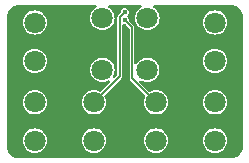
<source format=gbr>
%TF.GenerationSoftware,KiCad,Pcbnew,8.0.1-8.0.1-1~ubuntu22.04.1*%
%TF.CreationDate,2024-03-30T15:46:17+00:00*%
%TF.ProjectId,DRY_ELECTRODES,4452595f-454c-4454-9354-524f4445532e,1.0*%
%TF.SameCoordinates,Original*%
%TF.FileFunction,Copper,L3,Inr*%
%TF.FilePolarity,Positive*%
%FSLAX46Y46*%
G04 Gerber Fmt 4.6, Leading zero omitted, Abs format (unit mm)*
G04 Created by KiCad (PCBNEW 8.0.1-8.0.1-1~ubuntu22.04.1) date 2024-03-30 15:46:17*
%MOMM*%
%LPD*%
G01*
G04 APERTURE LIST*
%TA.AperFunction,ComponentPad*%
%ADD10C,1.800000*%
%TD*%
%TA.AperFunction,ViaPad*%
%ADD11C,0.400000*%
%TD*%
%TA.AperFunction,Conductor*%
%ADD12C,0.152400*%
%TD*%
G04 APERTURE END LIST*
D10*
%TO.N,/in4-*%
%TO.C,J20*%
X27375000Y-33750000D03*
%TD*%
%TO.N,/in7-*%
%TO.C,J23*%
X37625000Y-27000000D03*
%TD*%
%TO.N,/in6+*%
%TO.C,J30*%
X31900000Y-31000000D03*
%TD*%
%TO.N,/in3+*%
%TO.C,J27*%
X28100000Y-31000000D03*
%TD*%
%TO.N,/in1+*%
%TO.C,J25*%
X22375000Y-33750000D03*
%TD*%
%TO.N,/in7+*%
%TO.C,J31*%
X37625000Y-37000000D03*
%TD*%
%TO.N,/in5+*%
%TO.C,J29*%
X32625000Y-37000000D03*
%TD*%
%TO.N,/in8+*%
%TO.C,J32*%
X37625000Y-33750000D03*
%TD*%
%TO.N,/in2-*%
%TO.C,J18*%
X22375000Y-27000000D03*
%TD*%
%TO.N,/in6-*%
%TO.C,J22*%
X31905000Y-26625000D03*
%TD*%
%TO.N,/in3-*%
%TO.C,J19*%
X28095000Y-26625000D03*
%TD*%
%TO.N,/in5-*%
%TO.C,J21*%
X32625000Y-33750000D03*
%TD*%
%TO.N,/in2+*%
%TO.C,J26*%
X22375000Y-37000000D03*
%TD*%
%TO.N,/in1-*%
%TO.C,J17*%
X22375000Y-30250000D03*
%TD*%
%TO.N,/in4+*%
%TO.C,J28*%
X27375000Y-37000000D03*
%TD*%
%TO.N,/in8-*%
%TO.C,J24*%
X37625000Y-30250000D03*
%TD*%
D11*
%TO.N,/in4-*%
X30000000Y-26125000D03*
%TO.N,/in5-*%
X30000000Y-26800000D03*
%TO.N,GND*%
X35125000Y-35375000D03*
X24875000Y-35375000D03*
%TD*%
D12*
%TO.N,/in4-*%
X30000000Y-26125000D02*
X29573800Y-26551200D01*
X29573800Y-26551200D02*
X29573800Y-31551200D01*
X29573800Y-31551200D02*
X27375000Y-33750000D01*
%TO.N,/in5-*%
X30600000Y-27400000D02*
X30600000Y-31725000D01*
X30600000Y-31725000D02*
X32625000Y-33750000D01*
X30000000Y-26800000D02*
X30600000Y-27400000D01*
%TD*%
%TA.AperFunction,Conductor*%
%TO.N,GND*%
G36*
X27572392Y-25530185D02*
G01*
X27618147Y-25582989D01*
X27628091Y-25652147D01*
X27599066Y-25715703D01*
X27563807Y-25743857D01*
X27527461Y-25763285D01*
X27521387Y-25766532D01*
X27364931Y-25894931D01*
X27236531Y-26051387D01*
X27236527Y-26051394D01*
X27141123Y-26229882D01*
X27141122Y-26229885D01*
X27141121Y-26229887D01*
X27141120Y-26229890D01*
X27128974Y-26269931D01*
X27082366Y-26423576D01*
X27062528Y-26625000D01*
X27082366Y-26826423D01*
X27082367Y-26826425D01*
X27141120Y-27020110D01*
X27141121Y-27020113D01*
X27141122Y-27020114D01*
X27141123Y-27020117D01*
X27236527Y-27198605D01*
X27236531Y-27198612D01*
X27364931Y-27355068D01*
X27521387Y-27483468D01*
X27521394Y-27483472D01*
X27699882Y-27578876D01*
X27699883Y-27578876D01*
X27699890Y-27578880D01*
X27893575Y-27637633D01*
X27893574Y-27637633D01*
X27911634Y-27639411D01*
X28095000Y-27657472D01*
X28296425Y-27637633D01*
X28490110Y-27578880D01*
X28668611Y-27483469D01*
X28825068Y-27355068D01*
X28953469Y-27198611D01*
X29048880Y-27020110D01*
X29107633Y-26826425D01*
X29122697Y-26673479D01*
X29142800Y-26623694D01*
X29127123Y-26599300D01*
X29122697Y-26576519D01*
X29111467Y-26462500D01*
X29107633Y-26423575D01*
X29048880Y-26229890D01*
X29047515Y-26227336D01*
X28953472Y-26051394D01*
X28953468Y-26051387D01*
X28825068Y-25894931D01*
X28688360Y-25782739D01*
X28668611Y-25766531D01*
X28626193Y-25743858D01*
X28576350Y-25694896D01*
X28560889Y-25626759D01*
X28584720Y-25561079D01*
X28640278Y-25518710D01*
X28684647Y-25510500D01*
X31315353Y-25510500D01*
X31382392Y-25530185D01*
X31428147Y-25582989D01*
X31438091Y-25652147D01*
X31409066Y-25715703D01*
X31373807Y-25743857D01*
X31337461Y-25763285D01*
X31331387Y-25766532D01*
X31174931Y-25894931D01*
X31046531Y-26051387D01*
X31046527Y-26051394D01*
X30951123Y-26229882D01*
X30951122Y-26229885D01*
X30951121Y-26229887D01*
X30951120Y-26229890D01*
X30938974Y-26269931D01*
X30892366Y-26423576D01*
X30872528Y-26625000D01*
X30892366Y-26826423D01*
X30892367Y-26826425D01*
X30951120Y-27020110D01*
X30951121Y-27020113D01*
X30951122Y-27020114D01*
X30951123Y-27020117D01*
X31046527Y-27198605D01*
X31046531Y-27198612D01*
X31174931Y-27355068D01*
X31331387Y-27483468D01*
X31331394Y-27483472D01*
X31509882Y-27578876D01*
X31509883Y-27578876D01*
X31509890Y-27578880D01*
X31703575Y-27637633D01*
X31703574Y-27637633D01*
X31721634Y-27639411D01*
X31905000Y-27657472D01*
X32106425Y-27637633D01*
X32300110Y-27578880D01*
X32478611Y-27483469D01*
X32635068Y-27355068D01*
X32763469Y-27198611D01*
X32858880Y-27020110D01*
X32864980Y-27000000D01*
X36592528Y-27000000D01*
X36612366Y-27201423D01*
X36612367Y-27201425D01*
X36671120Y-27395110D01*
X36671121Y-27395113D01*
X36671122Y-27395114D01*
X36671123Y-27395117D01*
X36766527Y-27573605D01*
X36766531Y-27573612D01*
X36894931Y-27730068D01*
X37051387Y-27858468D01*
X37051394Y-27858472D01*
X37229882Y-27953876D01*
X37229883Y-27953876D01*
X37229890Y-27953880D01*
X37423575Y-28012633D01*
X37423574Y-28012633D01*
X37441634Y-28014411D01*
X37625000Y-28032472D01*
X37826425Y-28012633D01*
X38020110Y-27953880D01*
X38198611Y-27858469D01*
X38355068Y-27730068D01*
X38483469Y-27573611D01*
X38578880Y-27395110D01*
X38637633Y-27201425D01*
X38657472Y-27000000D01*
X38637633Y-26798575D01*
X38578880Y-26604890D01*
X38571677Y-26591414D01*
X38483472Y-26426394D01*
X38483468Y-26426387D01*
X38355068Y-26269931D01*
X38198612Y-26141531D01*
X38198605Y-26141527D01*
X38020117Y-26046123D01*
X38020114Y-26046122D01*
X38020113Y-26046121D01*
X38020110Y-26046120D01*
X37826425Y-25987367D01*
X37826423Y-25987366D01*
X37826425Y-25987366D01*
X37625000Y-25967528D01*
X37423576Y-25987366D01*
X37331356Y-26015341D01*
X37229890Y-26046120D01*
X37229887Y-26046121D01*
X37229885Y-26046122D01*
X37229882Y-26046123D01*
X37051394Y-26141527D01*
X37051387Y-26141531D01*
X36894931Y-26269931D01*
X36766531Y-26426387D01*
X36766527Y-26426394D01*
X36671123Y-26604882D01*
X36671122Y-26604885D01*
X36612366Y-26798576D01*
X36592528Y-27000000D01*
X32864980Y-27000000D01*
X32917633Y-26826425D01*
X32937472Y-26625000D01*
X32917633Y-26423575D01*
X32858880Y-26229890D01*
X32857515Y-26227336D01*
X32763472Y-26051394D01*
X32763468Y-26051387D01*
X32635068Y-25894931D01*
X32498360Y-25782739D01*
X32478611Y-25766531D01*
X32436193Y-25743858D01*
X32386350Y-25694896D01*
X32370889Y-25626759D01*
X32394720Y-25561079D01*
X32450278Y-25518710D01*
X32494647Y-25510500D01*
X38994588Y-25510500D01*
X39005394Y-25510971D01*
X39161019Y-25524587D01*
X39182297Y-25528338D01*
X39327951Y-25567366D01*
X39348261Y-25574759D01*
X39484915Y-25638482D01*
X39503633Y-25649289D01*
X39627154Y-25735779D01*
X39643712Y-25749673D01*
X39750326Y-25856287D01*
X39764220Y-25872845D01*
X39850710Y-25996366D01*
X39861517Y-26015084D01*
X39925240Y-26151738D01*
X39932633Y-26172049D01*
X39971659Y-26317696D01*
X39975412Y-26338982D01*
X39989028Y-26494604D01*
X39989500Y-26505412D01*
X39989500Y-37494587D01*
X39989028Y-37505395D01*
X39975412Y-37661017D01*
X39971659Y-37682303D01*
X39932633Y-37827950D01*
X39925240Y-37848261D01*
X39861517Y-37984915D01*
X39850710Y-38003633D01*
X39764220Y-38127154D01*
X39750326Y-38143712D01*
X39643712Y-38250326D01*
X39627154Y-38264220D01*
X39503633Y-38350710D01*
X39484915Y-38361517D01*
X39348261Y-38425240D01*
X39327950Y-38432633D01*
X39182303Y-38471659D01*
X39161017Y-38475412D01*
X39027247Y-38487116D01*
X39005393Y-38489028D01*
X38994588Y-38489500D01*
X21005412Y-38489500D01*
X20994606Y-38489028D01*
X20969584Y-38486838D01*
X20838982Y-38475412D01*
X20817696Y-38471659D01*
X20672049Y-38432633D01*
X20651738Y-38425240D01*
X20515084Y-38361517D01*
X20496366Y-38350710D01*
X20372845Y-38264220D01*
X20356287Y-38250326D01*
X20249673Y-38143712D01*
X20235779Y-38127154D01*
X20149289Y-38003633D01*
X20138482Y-37984915D01*
X20074759Y-37848261D01*
X20067366Y-37827950D01*
X20028338Y-37682297D01*
X20024587Y-37661016D01*
X20010972Y-37505394D01*
X20010500Y-37494587D01*
X20010500Y-37000000D01*
X21342528Y-37000000D01*
X21362366Y-37201423D01*
X21362367Y-37201425D01*
X21421120Y-37395110D01*
X21421121Y-37395113D01*
X21421122Y-37395114D01*
X21421123Y-37395117D01*
X21516527Y-37573605D01*
X21516531Y-37573612D01*
X21644931Y-37730068D01*
X21801387Y-37858468D01*
X21801394Y-37858472D01*
X21979882Y-37953876D01*
X21979883Y-37953876D01*
X21979890Y-37953880D01*
X22173575Y-38012633D01*
X22173574Y-38012633D01*
X22191634Y-38014411D01*
X22375000Y-38032472D01*
X22576425Y-38012633D01*
X22770110Y-37953880D01*
X22948611Y-37858469D01*
X23105068Y-37730068D01*
X23233469Y-37573611D01*
X23328880Y-37395110D01*
X23387633Y-37201425D01*
X23407472Y-37000000D01*
X26342528Y-37000000D01*
X26362366Y-37201423D01*
X26362367Y-37201425D01*
X26421120Y-37395110D01*
X26421121Y-37395113D01*
X26421122Y-37395114D01*
X26421123Y-37395117D01*
X26516527Y-37573605D01*
X26516531Y-37573612D01*
X26644931Y-37730068D01*
X26801387Y-37858468D01*
X26801394Y-37858472D01*
X26979882Y-37953876D01*
X26979883Y-37953876D01*
X26979890Y-37953880D01*
X27173575Y-38012633D01*
X27173574Y-38012633D01*
X27191634Y-38014411D01*
X27375000Y-38032472D01*
X27576425Y-38012633D01*
X27770110Y-37953880D01*
X27948611Y-37858469D01*
X28105068Y-37730068D01*
X28233469Y-37573611D01*
X28328880Y-37395110D01*
X28387633Y-37201425D01*
X28407472Y-37000000D01*
X31592528Y-37000000D01*
X31612366Y-37201423D01*
X31612367Y-37201425D01*
X31671120Y-37395110D01*
X31671121Y-37395113D01*
X31671122Y-37395114D01*
X31671123Y-37395117D01*
X31766527Y-37573605D01*
X31766531Y-37573612D01*
X31894931Y-37730068D01*
X32051387Y-37858468D01*
X32051394Y-37858472D01*
X32229882Y-37953876D01*
X32229883Y-37953876D01*
X32229890Y-37953880D01*
X32423575Y-38012633D01*
X32423574Y-38012633D01*
X32441634Y-38014411D01*
X32625000Y-38032472D01*
X32826425Y-38012633D01*
X33020110Y-37953880D01*
X33198611Y-37858469D01*
X33355068Y-37730068D01*
X33483469Y-37573611D01*
X33578880Y-37395110D01*
X33637633Y-37201425D01*
X33657472Y-37000000D01*
X36592528Y-37000000D01*
X36612366Y-37201423D01*
X36612367Y-37201425D01*
X36671120Y-37395110D01*
X36671121Y-37395113D01*
X36671122Y-37395114D01*
X36671123Y-37395117D01*
X36766527Y-37573605D01*
X36766531Y-37573612D01*
X36894931Y-37730068D01*
X37051387Y-37858468D01*
X37051394Y-37858472D01*
X37229882Y-37953876D01*
X37229883Y-37953876D01*
X37229890Y-37953880D01*
X37423575Y-38012633D01*
X37423574Y-38012633D01*
X37441634Y-38014411D01*
X37625000Y-38032472D01*
X37826425Y-38012633D01*
X38020110Y-37953880D01*
X38198611Y-37858469D01*
X38355068Y-37730068D01*
X38483469Y-37573611D01*
X38578880Y-37395110D01*
X38637633Y-37201425D01*
X38657472Y-37000000D01*
X38637633Y-36798575D01*
X38578880Y-36604890D01*
X38483469Y-36426389D01*
X38483468Y-36426387D01*
X38355068Y-36269931D01*
X38198612Y-36141531D01*
X38198605Y-36141527D01*
X38020117Y-36046123D01*
X38020114Y-36046122D01*
X38020113Y-36046121D01*
X38020110Y-36046120D01*
X37826425Y-35987367D01*
X37826423Y-35987366D01*
X37826425Y-35987366D01*
X37625000Y-35967528D01*
X37423576Y-35987366D01*
X37309217Y-36022056D01*
X37229890Y-36046120D01*
X37229887Y-36046121D01*
X37229885Y-36046122D01*
X37229882Y-36046123D01*
X37051394Y-36141527D01*
X37051387Y-36141531D01*
X36894931Y-36269931D01*
X36766531Y-36426387D01*
X36766527Y-36426394D01*
X36671123Y-36604882D01*
X36671122Y-36604885D01*
X36612366Y-36798576D01*
X36592528Y-37000000D01*
X33657472Y-37000000D01*
X33637633Y-36798575D01*
X33578880Y-36604890D01*
X33483469Y-36426389D01*
X33483468Y-36426387D01*
X33355068Y-36269931D01*
X33198612Y-36141531D01*
X33198605Y-36141527D01*
X33020117Y-36046123D01*
X33020114Y-36046122D01*
X33020113Y-36046121D01*
X33020110Y-36046120D01*
X32826425Y-35987367D01*
X32826423Y-35987366D01*
X32826425Y-35987366D01*
X32625000Y-35967528D01*
X32423576Y-35987366D01*
X32309217Y-36022056D01*
X32229890Y-36046120D01*
X32229887Y-36046121D01*
X32229885Y-36046122D01*
X32229882Y-36046123D01*
X32051394Y-36141527D01*
X32051387Y-36141531D01*
X31894931Y-36269931D01*
X31766531Y-36426387D01*
X31766527Y-36426394D01*
X31671123Y-36604882D01*
X31671122Y-36604885D01*
X31612366Y-36798576D01*
X31592528Y-37000000D01*
X28407472Y-37000000D01*
X28387633Y-36798575D01*
X28328880Y-36604890D01*
X28233469Y-36426389D01*
X28233468Y-36426387D01*
X28105068Y-36269931D01*
X27948612Y-36141531D01*
X27948605Y-36141527D01*
X27770117Y-36046123D01*
X27770114Y-36046122D01*
X27770113Y-36046121D01*
X27770110Y-36046120D01*
X27576425Y-35987367D01*
X27576423Y-35987366D01*
X27576425Y-35987366D01*
X27375000Y-35967528D01*
X27173576Y-35987366D01*
X27059217Y-36022056D01*
X26979890Y-36046120D01*
X26979887Y-36046121D01*
X26979885Y-36046122D01*
X26979882Y-36046123D01*
X26801394Y-36141527D01*
X26801387Y-36141531D01*
X26644931Y-36269931D01*
X26516531Y-36426387D01*
X26516527Y-36426394D01*
X26421123Y-36604882D01*
X26421122Y-36604885D01*
X26362366Y-36798576D01*
X26342528Y-37000000D01*
X23407472Y-37000000D01*
X23387633Y-36798575D01*
X23328880Y-36604890D01*
X23233469Y-36426389D01*
X23233468Y-36426387D01*
X23105068Y-36269931D01*
X22948612Y-36141531D01*
X22948605Y-36141527D01*
X22770117Y-36046123D01*
X22770114Y-36046122D01*
X22770113Y-36046121D01*
X22770110Y-36046120D01*
X22576425Y-35987367D01*
X22576423Y-35987366D01*
X22576425Y-35987366D01*
X22375000Y-35967528D01*
X22173576Y-35987366D01*
X22059217Y-36022056D01*
X21979890Y-36046120D01*
X21979887Y-36046121D01*
X21979885Y-36046122D01*
X21979882Y-36046123D01*
X21801394Y-36141527D01*
X21801387Y-36141531D01*
X21644931Y-36269931D01*
X21516531Y-36426387D01*
X21516527Y-36426394D01*
X21421123Y-36604882D01*
X21421122Y-36604885D01*
X21362366Y-36798576D01*
X21342528Y-37000000D01*
X20010500Y-37000000D01*
X20010500Y-33750000D01*
X21342528Y-33750000D01*
X21362366Y-33951423D01*
X21362367Y-33951425D01*
X21421120Y-34145110D01*
X21421121Y-34145113D01*
X21421122Y-34145114D01*
X21421123Y-34145117D01*
X21516527Y-34323605D01*
X21516531Y-34323612D01*
X21644931Y-34480068D01*
X21801387Y-34608468D01*
X21801394Y-34608472D01*
X21979882Y-34703876D01*
X21979883Y-34703876D01*
X21979890Y-34703880D01*
X22173575Y-34762633D01*
X22173574Y-34762633D01*
X22191634Y-34764411D01*
X22375000Y-34782472D01*
X22576425Y-34762633D01*
X22770110Y-34703880D01*
X22948611Y-34608469D01*
X23105068Y-34480068D01*
X23233469Y-34323611D01*
X23328880Y-34145110D01*
X23387633Y-33951425D01*
X23407472Y-33750000D01*
X26342528Y-33750000D01*
X26362366Y-33951423D01*
X26362367Y-33951425D01*
X26421120Y-34145110D01*
X26421121Y-34145113D01*
X26421122Y-34145114D01*
X26421123Y-34145117D01*
X26516527Y-34323605D01*
X26516531Y-34323612D01*
X26644931Y-34480068D01*
X26801387Y-34608468D01*
X26801394Y-34608472D01*
X26979882Y-34703876D01*
X26979883Y-34703876D01*
X26979890Y-34703880D01*
X27173575Y-34762633D01*
X27173574Y-34762633D01*
X27191634Y-34764411D01*
X27375000Y-34782472D01*
X27576425Y-34762633D01*
X27770110Y-34703880D01*
X27948611Y-34608469D01*
X28105068Y-34480068D01*
X28233469Y-34323611D01*
X28328880Y-34145110D01*
X28387633Y-33951425D01*
X28407472Y-33750000D01*
X28387633Y-33548575D01*
X28328880Y-33354890D01*
X28328878Y-33354887D01*
X28328878Y-33354885D01*
X28277941Y-33259589D01*
X28263699Y-33191187D01*
X28288699Y-33125943D01*
X28299611Y-33113462D01*
X29671745Y-31741329D01*
X29671748Y-31741327D01*
X29689186Y-31723889D01*
X29689187Y-31723889D01*
X29746489Y-31666587D01*
X29770088Y-31609614D01*
X29777501Y-31591718D01*
X29777501Y-31510681D01*
X29777501Y-31500692D01*
X29777500Y-31500678D01*
X29777500Y-27264813D01*
X29797185Y-27197774D01*
X29849989Y-27152019D01*
X29919147Y-27142075D01*
X29920851Y-27142332D01*
X29974913Y-27150895D01*
X29999999Y-27154869D01*
X30009760Y-27154869D01*
X30009760Y-27157496D01*
X30064539Y-27164569D01*
X30102337Y-27190412D01*
X30359981Y-27448056D01*
X30393466Y-27509379D01*
X30396300Y-27535737D01*
X30396300Y-31765517D01*
X30396301Y-31765522D01*
X30427308Y-31840384D01*
X30502049Y-31915125D01*
X30502055Y-31915130D01*
X31700381Y-33113456D01*
X31733866Y-33174779D01*
X31728882Y-33244471D01*
X31722058Y-33259590D01*
X31671123Y-33354882D01*
X31671122Y-33354885D01*
X31612366Y-33548576D01*
X31592528Y-33750000D01*
X31612366Y-33951423D01*
X31612367Y-33951425D01*
X31671120Y-34145110D01*
X31671121Y-34145113D01*
X31671122Y-34145114D01*
X31671123Y-34145117D01*
X31766527Y-34323605D01*
X31766531Y-34323612D01*
X31894931Y-34480068D01*
X32051387Y-34608468D01*
X32051394Y-34608472D01*
X32229882Y-34703876D01*
X32229883Y-34703876D01*
X32229890Y-34703880D01*
X32423575Y-34762633D01*
X32423574Y-34762633D01*
X32441634Y-34764411D01*
X32625000Y-34782472D01*
X32826425Y-34762633D01*
X33020110Y-34703880D01*
X33198611Y-34608469D01*
X33355068Y-34480068D01*
X33483469Y-34323611D01*
X33578880Y-34145110D01*
X33637633Y-33951425D01*
X33657472Y-33750000D01*
X36592528Y-33750000D01*
X36612366Y-33951423D01*
X36612367Y-33951425D01*
X36671120Y-34145110D01*
X36671121Y-34145113D01*
X36671122Y-34145114D01*
X36671123Y-34145117D01*
X36766527Y-34323605D01*
X36766531Y-34323612D01*
X36894931Y-34480068D01*
X37051387Y-34608468D01*
X37051394Y-34608472D01*
X37229882Y-34703876D01*
X37229883Y-34703876D01*
X37229890Y-34703880D01*
X37423575Y-34762633D01*
X37423574Y-34762633D01*
X37441634Y-34764411D01*
X37625000Y-34782472D01*
X37826425Y-34762633D01*
X38020110Y-34703880D01*
X38198611Y-34608469D01*
X38355068Y-34480068D01*
X38483469Y-34323611D01*
X38578880Y-34145110D01*
X38637633Y-33951425D01*
X38657472Y-33750000D01*
X38637633Y-33548575D01*
X38578880Y-33354890D01*
X38527941Y-33259590D01*
X38483472Y-33176394D01*
X38483468Y-33176387D01*
X38355068Y-33019931D01*
X38198612Y-32891531D01*
X38198605Y-32891527D01*
X38020117Y-32796123D01*
X38020114Y-32796122D01*
X38020113Y-32796121D01*
X38020110Y-32796120D01*
X37826425Y-32737367D01*
X37826423Y-32737366D01*
X37826425Y-32737366D01*
X37625000Y-32717528D01*
X37423576Y-32737366D01*
X37309217Y-32772056D01*
X37229890Y-32796120D01*
X37229887Y-32796121D01*
X37229885Y-32796122D01*
X37229882Y-32796123D01*
X37051394Y-32891527D01*
X37051387Y-32891531D01*
X36894931Y-33019931D01*
X36766531Y-33176387D01*
X36766527Y-33176394D01*
X36671123Y-33354882D01*
X36671122Y-33354885D01*
X36612366Y-33548576D01*
X36592528Y-33750000D01*
X33657472Y-33750000D01*
X33637633Y-33548575D01*
X33578880Y-33354890D01*
X33527941Y-33259590D01*
X33483472Y-33176394D01*
X33483468Y-33176387D01*
X33355068Y-33019931D01*
X33198612Y-32891531D01*
X33198605Y-32891527D01*
X33020117Y-32796123D01*
X33020114Y-32796122D01*
X33020113Y-32796121D01*
X33020110Y-32796120D01*
X32826425Y-32737367D01*
X32826423Y-32737366D01*
X32826425Y-32737366D01*
X32625000Y-32717528D01*
X32423576Y-32737366D01*
X32309217Y-32772056D01*
X32229890Y-32796120D01*
X32229887Y-32796121D01*
X32229885Y-32796122D01*
X32229882Y-32796123D01*
X32134590Y-32847058D01*
X32066187Y-32861300D01*
X32000943Y-32836300D01*
X31988456Y-32825381D01*
X31262597Y-32099521D01*
X31229112Y-32038198D01*
X31234096Y-31968506D01*
X31275968Y-31912573D01*
X31341432Y-31888156D01*
X31408730Y-31902481D01*
X31432385Y-31915125D01*
X31504882Y-31953876D01*
X31504890Y-31953880D01*
X31698575Y-32012633D01*
X31698574Y-32012633D01*
X31716634Y-32014411D01*
X31900000Y-32032472D01*
X32101425Y-32012633D01*
X32295110Y-31953880D01*
X32473611Y-31858469D01*
X32630068Y-31730068D01*
X32758469Y-31573611D01*
X32853880Y-31395110D01*
X32912633Y-31201425D01*
X32932472Y-31000000D01*
X32912633Y-30798575D01*
X32853880Y-30604890D01*
X32762942Y-30434757D01*
X32758472Y-30426394D01*
X32758468Y-30426387D01*
X32630068Y-30269931D01*
X32605782Y-30250000D01*
X36592528Y-30250000D01*
X36612366Y-30451423D01*
X36622431Y-30484601D01*
X36671120Y-30645110D01*
X36671121Y-30645113D01*
X36671122Y-30645114D01*
X36671123Y-30645117D01*
X36766527Y-30823605D01*
X36766531Y-30823612D01*
X36894931Y-30980068D01*
X37051387Y-31108468D01*
X37051394Y-31108472D01*
X37229882Y-31203876D01*
X37229883Y-31203876D01*
X37229890Y-31203880D01*
X37423575Y-31262633D01*
X37423574Y-31262633D01*
X37441634Y-31264411D01*
X37625000Y-31282472D01*
X37826425Y-31262633D01*
X38020110Y-31203880D01*
X38198611Y-31108469D01*
X38355068Y-30980068D01*
X38483469Y-30823611D01*
X38578880Y-30645110D01*
X38637633Y-30451425D01*
X38657472Y-30250000D01*
X38637633Y-30048575D01*
X38578880Y-29854890D01*
X38483469Y-29676389D01*
X38483468Y-29676387D01*
X38355068Y-29519931D01*
X38198612Y-29391531D01*
X38198605Y-29391527D01*
X38020117Y-29296123D01*
X38020114Y-29296122D01*
X38020113Y-29296121D01*
X38020110Y-29296120D01*
X37826425Y-29237367D01*
X37826423Y-29237366D01*
X37826425Y-29237366D01*
X37625000Y-29217528D01*
X37423576Y-29237366D01*
X37309217Y-29272056D01*
X37229890Y-29296120D01*
X37229887Y-29296121D01*
X37229885Y-29296122D01*
X37229882Y-29296123D01*
X37051394Y-29391527D01*
X37051387Y-29391531D01*
X36894931Y-29519931D01*
X36766531Y-29676387D01*
X36766527Y-29676394D01*
X36671123Y-29854882D01*
X36671122Y-29854885D01*
X36612366Y-30048576D01*
X36592528Y-30250000D01*
X32605782Y-30250000D01*
X32473612Y-30141531D01*
X32473605Y-30141527D01*
X32295117Y-30046123D01*
X32295114Y-30046122D01*
X32295113Y-30046121D01*
X32295110Y-30046120D01*
X32101425Y-29987367D01*
X32101423Y-29987366D01*
X32101425Y-29987366D01*
X31900000Y-29967528D01*
X31698576Y-29987366D01*
X31584217Y-30022056D01*
X31504890Y-30046120D01*
X31504887Y-30046121D01*
X31504885Y-30046122D01*
X31504882Y-30046123D01*
X31326394Y-30141527D01*
X31326387Y-30141531D01*
X31169931Y-30269931D01*
X31041531Y-30426387D01*
X31041526Y-30426395D01*
X31037057Y-30434757D01*
X30988094Y-30484601D01*
X30919956Y-30500060D01*
X30854276Y-30476227D01*
X30811909Y-30420668D01*
X30803700Y-30376302D01*
X30803700Y-27359482D01*
X30803698Y-27359477D01*
X30772691Y-27284615D01*
X30708322Y-27220246D01*
X30708315Y-27220240D01*
X30390412Y-26902337D01*
X30356927Y-26841014D01*
X30356036Y-26809760D01*
X30354869Y-26809760D01*
X30354869Y-26799997D01*
X30337501Y-26690341D01*
X30303543Y-26623694D01*
X30287095Y-26591413D01*
X30287092Y-26591410D01*
X30287090Y-26591407D01*
X30245864Y-26550181D01*
X30212379Y-26488858D01*
X30217363Y-26419166D01*
X30245864Y-26374819D01*
X30287090Y-26333592D01*
X30287095Y-26333587D01*
X30337500Y-26234661D01*
X30337500Y-26234659D01*
X30337501Y-26234658D01*
X30354869Y-26125002D01*
X30354869Y-26124997D01*
X30337501Y-26015341D01*
X30327833Y-25996366D01*
X30287095Y-25916413D01*
X30287092Y-25916410D01*
X30287090Y-25916407D01*
X30208592Y-25837909D01*
X30208588Y-25837906D01*
X30208587Y-25837905D01*
X30204743Y-25835946D01*
X30109658Y-25787498D01*
X30000002Y-25770131D01*
X29999998Y-25770131D01*
X29890341Y-25787498D01*
X29791414Y-25837904D01*
X29791407Y-25837909D01*
X29712909Y-25916407D01*
X29712904Y-25916414D01*
X29662498Y-26015341D01*
X29645131Y-26124997D01*
X29645131Y-26134758D01*
X29642508Y-26134758D01*
X29635418Y-26189564D01*
X29609588Y-26227336D01*
X29458414Y-26378510D01*
X29401110Y-26435813D01*
X29401108Y-26435815D01*
X29370101Y-26510677D01*
X29370100Y-26510682D01*
X29370100Y-26564365D01*
X29350992Y-26629437D01*
X29367928Y-26662529D01*
X29370100Y-26685634D01*
X29370100Y-30888600D01*
X29350415Y-30955639D01*
X29297611Y-31001394D01*
X29294397Y-31001856D01*
X29336097Y-31026097D01*
X29367928Y-31088294D01*
X29370100Y-31111399D01*
X29370100Y-31415462D01*
X29350415Y-31482501D01*
X29333781Y-31503143D01*
X29199521Y-31637403D01*
X29138198Y-31670888D01*
X29068506Y-31665904D01*
X29012573Y-31624032D01*
X28988156Y-31558568D01*
X29002482Y-31491268D01*
X29015547Y-31466825D01*
X29053880Y-31395110D01*
X29112633Y-31201425D01*
X29122697Y-31099244D01*
X29148858Y-31034458D01*
X29199935Y-30998314D01*
X29164897Y-30982313D01*
X29127123Y-30923535D01*
X29122697Y-30900754D01*
X29112633Y-30798576D01*
X29112633Y-30798575D01*
X29053880Y-30604890D01*
X28962942Y-30434757D01*
X28958472Y-30426394D01*
X28958468Y-30426387D01*
X28830068Y-30269931D01*
X28673612Y-30141531D01*
X28673605Y-30141527D01*
X28495117Y-30046123D01*
X28495114Y-30046122D01*
X28495113Y-30046121D01*
X28495110Y-30046120D01*
X28301425Y-29987367D01*
X28301423Y-29987366D01*
X28301425Y-29987366D01*
X28100000Y-29967528D01*
X27898576Y-29987366D01*
X27784217Y-30022056D01*
X27704890Y-30046120D01*
X27704887Y-30046121D01*
X27704885Y-30046122D01*
X27704882Y-30046123D01*
X27526394Y-30141527D01*
X27526387Y-30141531D01*
X27369931Y-30269931D01*
X27241531Y-30426387D01*
X27241527Y-30426394D01*
X27146123Y-30604882D01*
X27146122Y-30604885D01*
X27146121Y-30604887D01*
X27146120Y-30604890D01*
X27122056Y-30684217D01*
X27087366Y-30798576D01*
X27067528Y-31000000D01*
X27087366Y-31201423D01*
X27105934Y-31262633D01*
X27146120Y-31395110D01*
X27146121Y-31395113D01*
X27146122Y-31395114D01*
X27146123Y-31395117D01*
X27241527Y-31573605D01*
X27241531Y-31573612D01*
X27369931Y-31730068D01*
X27526387Y-31858468D01*
X27526394Y-31858472D01*
X27704882Y-31953876D01*
X27704883Y-31953876D01*
X27704890Y-31953880D01*
X27898575Y-32012633D01*
X27898574Y-32012633D01*
X27916634Y-32014411D01*
X28100000Y-32032472D01*
X28301425Y-32012633D01*
X28495110Y-31953880D01*
X28591269Y-31902481D01*
X28659670Y-31888240D01*
X28724914Y-31913239D01*
X28766285Y-31969544D01*
X28770647Y-32039277D01*
X28737402Y-32099521D01*
X28011542Y-32825381D01*
X27950219Y-32858866D01*
X27880527Y-32853882D01*
X27865414Y-32847061D01*
X27816378Y-32820851D01*
X27770113Y-32796121D01*
X27770110Y-32796120D01*
X27576425Y-32737367D01*
X27576423Y-32737366D01*
X27576425Y-32737366D01*
X27375000Y-32717528D01*
X27173576Y-32737366D01*
X27059217Y-32772056D01*
X26979890Y-32796120D01*
X26979887Y-32796121D01*
X26979885Y-32796122D01*
X26979882Y-32796123D01*
X26801394Y-32891527D01*
X26801387Y-32891531D01*
X26644931Y-33019931D01*
X26516531Y-33176387D01*
X26516527Y-33176394D01*
X26421123Y-33354882D01*
X26421122Y-33354885D01*
X26362366Y-33548576D01*
X26342528Y-33750000D01*
X23407472Y-33750000D01*
X23387633Y-33548575D01*
X23328880Y-33354890D01*
X23277941Y-33259590D01*
X23233472Y-33176394D01*
X23233468Y-33176387D01*
X23105068Y-33019931D01*
X22948612Y-32891531D01*
X22948605Y-32891527D01*
X22770117Y-32796123D01*
X22770114Y-32796122D01*
X22770113Y-32796121D01*
X22770110Y-32796120D01*
X22576425Y-32737367D01*
X22576423Y-32737366D01*
X22576425Y-32737366D01*
X22375000Y-32717528D01*
X22173576Y-32737366D01*
X22059217Y-32772056D01*
X21979890Y-32796120D01*
X21979887Y-32796121D01*
X21979885Y-32796122D01*
X21979882Y-32796123D01*
X21801394Y-32891527D01*
X21801387Y-32891531D01*
X21644931Y-33019931D01*
X21516531Y-33176387D01*
X21516527Y-33176394D01*
X21421123Y-33354882D01*
X21421122Y-33354885D01*
X21362366Y-33548576D01*
X21342528Y-33750000D01*
X20010500Y-33750000D01*
X20010500Y-30250000D01*
X21342528Y-30250000D01*
X21362366Y-30451423D01*
X21372431Y-30484601D01*
X21421120Y-30645110D01*
X21421121Y-30645113D01*
X21421122Y-30645114D01*
X21421123Y-30645117D01*
X21516527Y-30823605D01*
X21516531Y-30823612D01*
X21644931Y-30980068D01*
X21801387Y-31108468D01*
X21801394Y-31108472D01*
X21979882Y-31203876D01*
X21979883Y-31203876D01*
X21979890Y-31203880D01*
X22173575Y-31262633D01*
X22173574Y-31262633D01*
X22191634Y-31264411D01*
X22375000Y-31282472D01*
X22576425Y-31262633D01*
X22770110Y-31203880D01*
X22948611Y-31108469D01*
X23105068Y-30980068D01*
X23233469Y-30823611D01*
X23328880Y-30645110D01*
X23387633Y-30451425D01*
X23407472Y-30250000D01*
X23387633Y-30048575D01*
X23328880Y-29854890D01*
X23233469Y-29676389D01*
X23233468Y-29676387D01*
X23105068Y-29519931D01*
X22948612Y-29391531D01*
X22948605Y-29391527D01*
X22770117Y-29296123D01*
X22770114Y-29296122D01*
X22770113Y-29296121D01*
X22770110Y-29296120D01*
X22576425Y-29237367D01*
X22576423Y-29237366D01*
X22576425Y-29237366D01*
X22375000Y-29217528D01*
X22173576Y-29237366D01*
X22059217Y-29272056D01*
X21979890Y-29296120D01*
X21979887Y-29296121D01*
X21979885Y-29296122D01*
X21979882Y-29296123D01*
X21801394Y-29391527D01*
X21801387Y-29391531D01*
X21644931Y-29519931D01*
X21516531Y-29676387D01*
X21516527Y-29676394D01*
X21421123Y-29854882D01*
X21421122Y-29854885D01*
X21362366Y-30048576D01*
X21342528Y-30250000D01*
X20010500Y-30250000D01*
X20010500Y-27000000D01*
X21342528Y-27000000D01*
X21362366Y-27201423D01*
X21362367Y-27201425D01*
X21421120Y-27395110D01*
X21421121Y-27395113D01*
X21421122Y-27395114D01*
X21421123Y-27395117D01*
X21516527Y-27573605D01*
X21516531Y-27573612D01*
X21644931Y-27730068D01*
X21801387Y-27858468D01*
X21801394Y-27858472D01*
X21979882Y-27953876D01*
X21979883Y-27953876D01*
X21979890Y-27953880D01*
X22173575Y-28012633D01*
X22173574Y-28012633D01*
X22191634Y-28014411D01*
X22375000Y-28032472D01*
X22576425Y-28012633D01*
X22770110Y-27953880D01*
X22948611Y-27858469D01*
X23105068Y-27730068D01*
X23233469Y-27573611D01*
X23328880Y-27395110D01*
X23387633Y-27201425D01*
X23407472Y-27000000D01*
X23387633Y-26798575D01*
X23328880Y-26604890D01*
X23321677Y-26591414D01*
X23233472Y-26426394D01*
X23233468Y-26426387D01*
X23105068Y-26269931D01*
X22948612Y-26141531D01*
X22948605Y-26141527D01*
X22770117Y-26046123D01*
X22770114Y-26046122D01*
X22770113Y-26046121D01*
X22770110Y-26046120D01*
X22576425Y-25987367D01*
X22576423Y-25987366D01*
X22576425Y-25987366D01*
X22375000Y-25967528D01*
X22173576Y-25987366D01*
X22081356Y-26015341D01*
X21979890Y-26046120D01*
X21979887Y-26046121D01*
X21979885Y-26046122D01*
X21979882Y-26046123D01*
X21801394Y-26141527D01*
X21801387Y-26141531D01*
X21644931Y-26269931D01*
X21516531Y-26426387D01*
X21516527Y-26426394D01*
X21421123Y-26604882D01*
X21421122Y-26604885D01*
X21362366Y-26798576D01*
X21342528Y-27000000D01*
X20010500Y-27000000D01*
X20010500Y-26505412D01*
X20010972Y-26494605D01*
X20013781Y-26462500D01*
X20024587Y-26338978D01*
X20028338Y-26317704D01*
X20067367Y-26172044D01*
X20074759Y-26151738D01*
X20079519Y-26141531D01*
X20138483Y-26015081D01*
X20149289Y-25996366D01*
X20235779Y-25872845D01*
X20249667Y-25856293D01*
X20356293Y-25749667D01*
X20372845Y-25735779D01*
X20496366Y-25649289D01*
X20515081Y-25638483D01*
X20651740Y-25574758D01*
X20672044Y-25567367D01*
X20817704Y-25528338D01*
X20838978Y-25524587D01*
X20994605Y-25510971D01*
X21005412Y-25510500D01*
X27505353Y-25510500D01*
X27572392Y-25530185D01*
G37*
%TD.AperFunction*%
%TD*%
M02*

</source>
